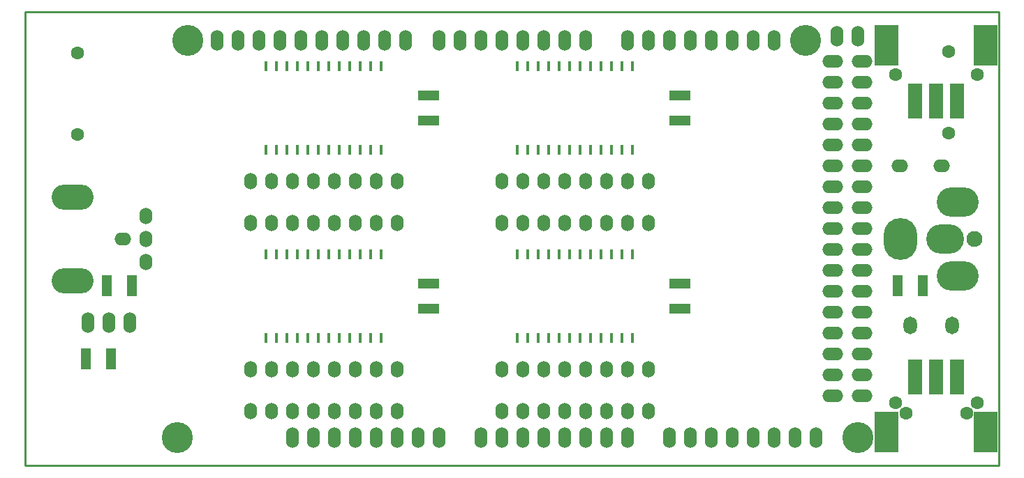
<source format=gbs>
G04 #@! TF.FileFunction,Soldermask,Bot*
%FSLAX46Y46*%
G04 Gerber Fmt 4.6, Leading zero omitted, Abs format (unit mm)*
G04 Created by KiCad (PCBNEW 0.201602231446+6579~42~ubuntu14.04.1-product) date Fri 26 Feb 2016 12:54:47 PM EST*
%MOMM*%
G01*
G04 APERTURE LIST*
%ADD10C,0.100000*%
%ADD11C,0.228600*%
%ADD12O,1.524000X2.032000*%
%ADD13R,2.540000X1.270000*%
%ADD14O,2.032000X1.524000*%
%ADD15O,1.524000X2.540000*%
%ADD16C,1.930400*%
%ADD17O,4.572000X3.556000*%
%ADD18O,4.064000X5.080000*%
%ADD19O,5.080000X3.556000*%
%ADD20R,1.270000X2.540000*%
%ADD21R,0.381000X1.270000*%
%ADD22O,5.080000X3.048000*%
%ADD23C,3.759200*%
%ADD24O,2.540000X1.524000*%
%ADD25O,1.651000X2.159000*%
%ADD26C,1.600200*%
%ADD27R,1.778000X4.191000*%
%ADD28R,2.997200X5.029200*%
G04 APERTURE END LIST*
D10*
D11*
X211455000Y-75311000D02*
X93345000Y-75311000D01*
X211455000Y-130429000D02*
X211455000Y-75311000D01*
X93345000Y-130429000D02*
X211455000Y-130429000D01*
X93345000Y-75311000D02*
X93345000Y-130429000D01*
D12*
X120650000Y-123825000D03*
X120650000Y-118745000D03*
X123190000Y-123825000D03*
X123190000Y-118745000D03*
X125730000Y-123825000D03*
X125730000Y-118745000D03*
X128270000Y-123825000D03*
X128270000Y-118745000D03*
X130810000Y-123825000D03*
X130810000Y-118745000D03*
X133350000Y-123825000D03*
X133350000Y-118745000D03*
X135890000Y-123825000D03*
X135890000Y-118745000D03*
X138430000Y-123825000D03*
X138430000Y-118745000D03*
X151130000Y-123825000D03*
X151130000Y-118745000D03*
X153670000Y-123825000D03*
X153670000Y-118745000D03*
X156210000Y-123825000D03*
X156210000Y-118745000D03*
X158750000Y-123825000D03*
X158750000Y-118745000D03*
X161290000Y-123825000D03*
X161290000Y-118745000D03*
X163830000Y-123825000D03*
X163830000Y-118745000D03*
X166370000Y-123825000D03*
X166370000Y-118745000D03*
X168910000Y-123825000D03*
X168910000Y-118745000D03*
D13*
X142240000Y-108331000D03*
X142240000Y-111379000D03*
D12*
X120650000Y-100965000D03*
X120650000Y-95885000D03*
X123190000Y-100965000D03*
X123190000Y-95885000D03*
X125730000Y-100965000D03*
X125730000Y-95885000D03*
X128270000Y-100965000D03*
X128270000Y-95885000D03*
X130810000Y-100965000D03*
X130810000Y-95885000D03*
X133350000Y-100965000D03*
X133350000Y-95885000D03*
X135890000Y-100965000D03*
X135890000Y-95885000D03*
X138430000Y-100965000D03*
X138430000Y-95885000D03*
X151130000Y-100965000D03*
X151130000Y-95885000D03*
X153670000Y-100965000D03*
X153670000Y-95885000D03*
X156210000Y-100965000D03*
X156210000Y-95885000D03*
X158750000Y-100965000D03*
X158750000Y-95885000D03*
X161290000Y-100965000D03*
X161290000Y-95885000D03*
X163830000Y-100965000D03*
X163830000Y-95885000D03*
X166370000Y-100965000D03*
X166370000Y-95885000D03*
X168910000Y-100965000D03*
X168910000Y-95885000D03*
D14*
X204470000Y-93980000D03*
X199390000Y-93980000D03*
D15*
X103505000Y-113030000D03*
X100965000Y-113030000D03*
X106045000Y-113030000D03*
D16*
X208457800Y-102870000D03*
D17*
X204952600Y-102870000D03*
D18*
X199466200Y-102870000D03*
D19*
X206451200Y-98374200D03*
X206451200Y-107365800D03*
D20*
X199136000Y-108585000D03*
X202184000Y-108585000D03*
X106299000Y-108585000D03*
X103251000Y-108585000D03*
D13*
X172720000Y-108331000D03*
X172720000Y-111379000D03*
D21*
X160655000Y-114935000D03*
X161925000Y-114935000D03*
X163195000Y-114935000D03*
X164465000Y-114935000D03*
X165735000Y-114935000D03*
X167005000Y-114935000D03*
X159385000Y-114935000D03*
X158115000Y-114935000D03*
X156845000Y-114935000D03*
X155575000Y-114935000D03*
X154305000Y-114935000D03*
X153035000Y-114935000D03*
X153035000Y-104775000D03*
X154305000Y-104775000D03*
X155575000Y-104775000D03*
X156845000Y-104775000D03*
X158115000Y-104775000D03*
X159385000Y-104775000D03*
X160655000Y-104775000D03*
X161925000Y-104775000D03*
X163195000Y-104775000D03*
X164465000Y-104775000D03*
X165735000Y-104775000D03*
X167005000Y-104775000D03*
X130175000Y-114935000D03*
X131445000Y-114935000D03*
X132715000Y-114935000D03*
X133985000Y-114935000D03*
X135255000Y-114935000D03*
X136525000Y-114935000D03*
X128905000Y-114935000D03*
X127635000Y-114935000D03*
X126365000Y-114935000D03*
X125095000Y-114935000D03*
X123825000Y-114935000D03*
X122555000Y-114935000D03*
X122555000Y-104775000D03*
X123825000Y-104775000D03*
X125095000Y-104775000D03*
X126365000Y-104775000D03*
X127635000Y-104775000D03*
X128905000Y-104775000D03*
X130175000Y-104775000D03*
X131445000Y-104775000D03*
X132715000Y-104775000D03*
X133985000Y-104775000D03*
X135255000Y-104775000D03*
X136525000Y-104775000D03*
D22*
X99060000Y-107950000D03*
X99060000Y-97790000D03*
D14*
X105156000Y-102870000D03*
D12*
X107950000Y-102870000D03*
X107950000Y-100076000D03*
X107950000Y-105664000D03*
D21*
X160655000Y-92075000D03*
X161925000Y-92075000D03*
X163195000Y-92075000D03*
X164465000Y-92075000D03*
X165735000Y-92075000D03*
X167005000Y-92075000D03*
X159385000Y-92075000D03*
X158115000Y-92075000D03*
X156845000Y-92075000D03*
X155575000Y-92075000D03*
X154305000Y-92075000D03*
X153035000Y-92075000D03*
X153035000Y-81915000D03*
X154305000Y-81915000D03*
X155575000Y-81915000D03*
X156845000Y-81915000D03*
X158115000Y-81915000D03*
X159385000Y-81915000D03*
X160655000Y-81915000D03*
X161925000Y-81915000D03*
X163195000Y-81915000D03*
X164465000Y-81915000D03*
X165735000Y-81915000D03*
X167005000Y-81915000D03*
X130175000Y-92075000D03*
X131445000Y-92075000D03*
X132715000Y-92075000D03*
X133985000Y-92075000D03*
X135255000Y-92075000D03*
X136525000Y-92075000D03*
X128905000Y-92075000D03*
X127635000Y-92075000D03*
X126365000Y-92075000D03*
X125095000Y-92075000D03*
X123825000Y-92075000D03*
X122555000Y-92075000D03*
X122555000Y-81915000D03*
X123825000Y-81915000D03*
X125095000Y-81915000D03*
X126365000Y-81915000D03*
X127635000Y-81915000D03*
X128905000Y-81915000D03*
X130175000Y-81915000D03*
X131445000Y-81915000D03*
X132715000Y-81915000D03*
X133985000Y-81915000D03*
X135255000Y-81915000D03*
X136525000Y-81915000D03*
D23*
X111760000Y-127000000D03*
X113030000Y-78740000D03*
X194310000Y-127000000D03*
X187960000Y-78740000D03*
D15*
X125730000Y-127000000D03*
X128270000Y-127000000D03*
X130810000Y-127000000D03*
X133350000Y-127000000D03*
X135890000Y-127000000D03*
X138430000Y-127000000D03*
X140970000Y-127000000D03*
X143510000Y-127000000D03*
X148590000Y-127000000D03*
X151130000Y-127000000D03*
X153670000Y-127000000D03*
X156210000Y-127000000D03*
X158750000Y-127000000D03*
X161290000Y-127000000D03*
X163830000Y-127000000D03*
X166370000Y-127000000D03*
X171450000Y-127000000D03*
X173990000Y-127000000D03*
X176530000Y-127000000D03*
X179070000Y-127000000D03*
X181610000Y-127000000D03*
X184150000Y-127000000D03*
X186690000Y-127000000D03*
X189230000Y-127000000D03*
X116586000Y-78740000D03*
X119126000Y-78740000D03*
X121666000Y-78740000D03*
X124206000Y-78740000D03*
X126746000Y-78740000D03*
X129286000Y-78740000D03*
X131826000Y-78740000D03*
X134366000Y-78740000D03*
X136906000Y-78740000D03*
X139446000Y-78740000D03*
X143510000Y-78740000D03*
X161290000Y-78740000D03*
X158750000Y-78740000D03*
X156210000Y-78740000D03*
X153670000Y-78740000D03*
X151130000Y-78740000D03*
X148590000Y-78740000D03*
X146050000Y-78740000D03*
X166370000Y-78740000D03*
X168910000Y-78740000D03*
X171450000Y-78740000D03*
X173990000Y-78740000D03*
X176530000Y-78740000D03*
X179070000Y-78740000D03*
X181610000Y-78740000D03*
X184150000Y-78740000D03*
X191770000Y-78232000D03*
X194310000Y-78232000D03*
D24*
X191262000Y-81280000D03*
X194818000Y-81280000D03*
X191262000Y-83820000D03*
X194818000Y-83820000D03*
X191262000Y-86360000D03*
X194818000Y-86360000D03*
X191262000Y-88900000D03*
X194818000Y-88900000D03*
X191262000Y-91440000D03*
X194818000Y-91440000D03*
X191262000Y-93980000D03*
X194818000Y-93980000D03*
X191262000Y-96520000D03*
X194818000Y-96520000D03*
X191262000Y-99060000D03*
X194818000Y-99060000D03*
X191262000Y-101600000D03*
X194818000Y-101600000D03*
X191262000Y-104140000D03*
X194818000Y-104140000D03*
X191262000Y-106680000D03*
X194818000Y-106680000D03*
X191262000Y-109220000D03*
X194818000Y-109220000D03*
X191262000Y-111760000D03*
X194818000Y-111760000D03*
X191262000Y-114300000D03*
X194818000Y-114300000D03*
X191262000Y-116840000D03*
X194818000Y-116840000D03*
X191262000Y-119380000D03*
X194818000Y-119380000D03*
X191262000Y-121920000D03*
X194818000Y-121920000D03*
D25*
X200660000Y-113385600D03*
X205740000Y-113385600D03*
D26*
X99695000Y-90170000D03*
X99695000Y-80264000D03*
D27*
X206375000Y-86106000D03*
X203835000Y-86106000D03*
X201295000Y-86106000D03*
D26*
X208788000Y-82931000D03*
X198882000Y-82931000D03*
D28*
X209829400Y-79375000D03*
X197840600Y-79375000D03*
D26*
X205359000Y-80137000D03*
X205359000Y-90043000D03*
D27*
X201295000Y-119634000D03*
X203835000Y-119634000D03*
X206375000Y-119634000D03*
D26*
X198882000Y-122809000D03*
X208788000Y-122809000D03*
D28*
X197840600Y-126365000D03*
X209829400Y-126365000D03*
D26*
X207518000Y-124079000D03*
X200152000Y-124079000D03*
D20*
X100711000Y-117475000D03*
X103759000Y-117475000D03*
D13*
X172720000Y-85471000D03*
X172720000Y-88519000D03*
X142240000Y-85471000D03*
X142240000Y-88519000D03*
M02*

</source>
